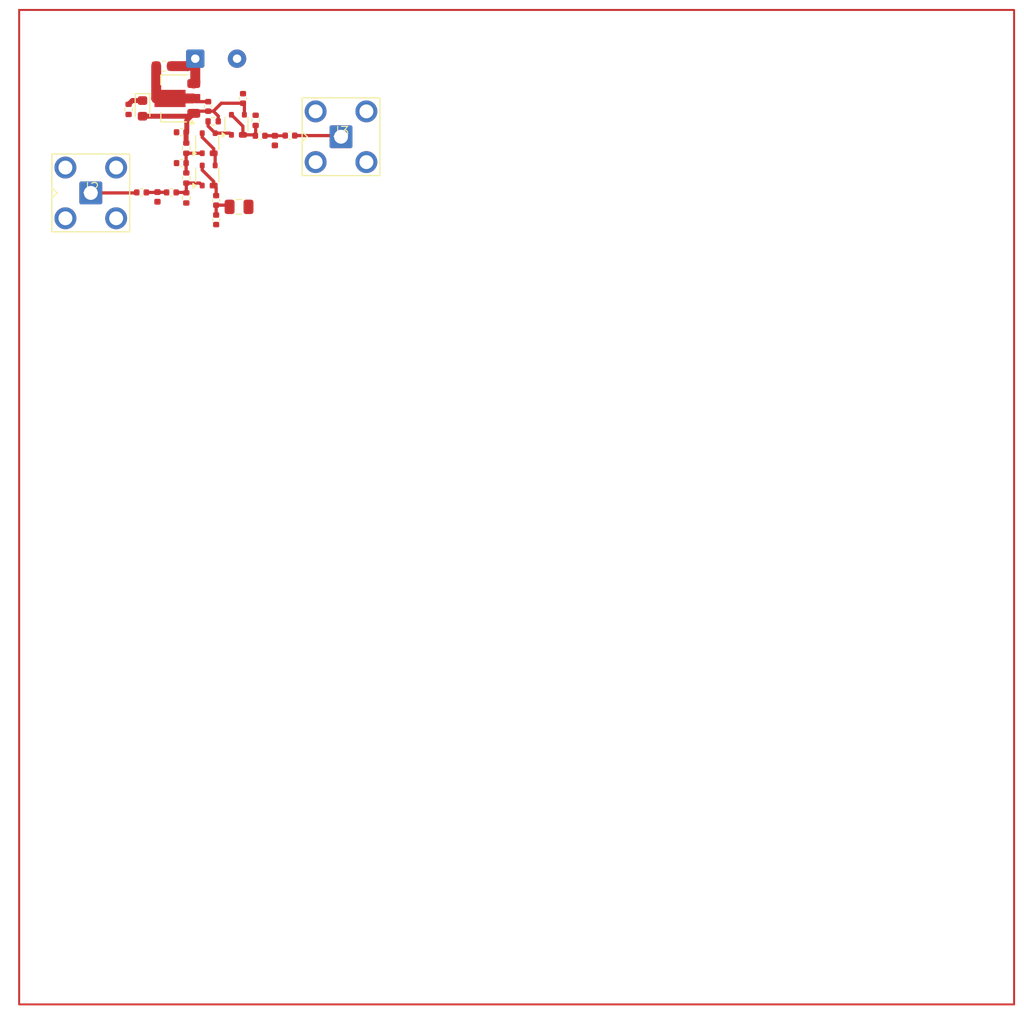
<source format=kicad_pcb>
(kicad_pcb (version 20240108) (generator "pcbnew") (generator_version "8.0")
  (layers (0 "F.Cu" signal) (1 "In1.Cu" signal) (2 "In2.Cu" signal) (31 "B.Cu" signal) (34 "B.Paste" user) (35 "F.Paste" user) (36 "B.SilkS" user "B.Silkscreen") (37 "F.SilkS" user "F.Silkscreen") (38 "B.Mask" user) (39 "F.Mask" user) (44 "Edge.Cuts" user))
  (net 0 "")
  (net 1 "/In_base")
  (net 2 "/In_match")
  (net 3 "/Output")
  (net 4 "+BATT")
  (net 5 "GND")
  (net 6 "/Out_match")
  (net 7 "+5V")
  (net 8 "Net-(C6-Pad1)")
  (net 9 "Net-(D1-K)")
  (net 10 "Net-(U2-C)")
  (net 11 "Net-(U2-B)")
  (net 12 "Net-(U2-E)")
  (net 13 "/Input")
  (net 14 "/Out_emitter")
  (net 15 "Net-(U4-E)")
  (footprint "LED_SMD:LED_0603_1608Metric" (layer "F.Cu") (at 62.4 59.9 -90)
    (property "Reference" "D1" (hide yes))
    (property "Value" "LED_Small")
    (fp_line (start -1.485 0.735) (end 0.8 0.735) (stroke (width 0.12)) (layer "F.SilkS"))
    (fp_line (start -1.485 -0.735) (end -1.485 0.735) (stroke (width 0.12)) (layer "F.SilkS"))
    (fp_line (start 0.8 -0.735) (end -1.485 -0.735) (stroke (width 0.12)) (layer "F.SilkS"))
    (pad "1" smd roundrect (at -0.7875 0 270) (size 0.875 0.95) (layers "F.Cu" "F.Paste" "F.Mask") (net 9 "Net-(D1-K)"))
    (pad "2" smd roundrect (at 0.7875 0 270) (size 0.875 0.95) (layers "F.Cu" "F.Paste" "F.Mask") (net 7 "+5V"))
  )
  (footprint "Inductor_SMD:L_0402_1005Metric" (layer "F.Cu") (at 75.7 63.135 -90)
    (property "Reference" "L2" (hide yes))
    (property "Value" "6.8nH")
    (pad "1" smd roundrect (at -0.485 0 270) (size 0.59 0.64) (layers "F.Cu" "F.Paste" "F.Mask") (net 6 "/Out_match"))
    (pad "2" smd roundrect (at 0.485 0 270) (size 0.59 0.64) (layers "F.Cu" "F.Paste" "F.Mask") (net 5 "GND"))
  )
  (footprint "Capacitor_SMD:C_0805_2012Metric" (layer "F.Cu") (at 72.1 69.8)
    (property "Reference" "C6" (hide yes))
    (property "Value" "2.2nF")
    (fp_line (start -0.261252 -0.735) (end 0.261252 -0.735) (stroke (width 0.12)) (layer "F.SilkS"))
    (fp_line (start -0.261252 0.735) (end 0.261252 0.735) (stroke (width 0.12)) (layer "F.SilkS"))
    (pad "1" smd roundrect (at -0.95 0) (size 1 1.45) (layers "F.Cu" "F.Paste" "F.Mask") (net 8 "Net-(C6-Pad1)"))
    (pad "2" smd roundrect (at 0.95 0) (size 1 1.45) (layers "F.Cu" "F.Paste" "F.Mask") (net 5 "GND"))
  )
  (footprint "Capacitor_SMD:C_0402_1005Metric" (layer "F.Cu") (at 72.5 58.9 90)
    (property "Reference" "C10" (hide yes))
    (property "Value" "100pF")
    (fp_line (start -0.107836 -0.36) (end 0.107836 -0.36) (stroke (width 0.12)) (layer "F.SilkS"))
    (fp_line (start -0.107836 0.36) (end 0.107836 0.36) (stroke (width 0.12)) (layer "F.SilkS"))
    (pad "1" smd roundrect (at -0.48 0 90) (size 0.56 0.62) (layers "F.Cu" "F.Paste" "F.Mask") (net 7 "+5V"))
    (pad "2" smd roundrect (at 0.48 0 90) (size 0.56 0.62) (layers "F.Cu" "F.Paste" "F.Mask") (net 5 "GND"))
  )
  (footprint "Capacitor_SMD:C_0402_1005Metric" (layer "F.Cu") (at 69.8 69.15 -90)
    (property "Reference" "R7" (hide yes))
    (property "Value" "0")
    (fp_line (start -0.107836 0.36) (end 0.107836 0.36) (stroke (width 0.12)) (layer "F.SilkS"))
    (fp_line (start -0.107836 -0.36) (end 0.107836 -0.36) (stroke (width 0.12)) (layer "F.SilkS"))
    (pad "1" smd roundrect (at -0.48 0 270) (size 0.56 0.62) (layers "F.Cu" "F.Paste" "F.Mask") (net 15 "Net-(U4-E)"))
    (pad "2" smd roundrect (at 0.48 0 270) (size 0.56 0.62) (layers "F.Cu" "F.Paste" "F.Mask") (net 8 "Net-(C6-Pad1)"))
  )
  (footprint "Library:BFP640" (layer "F.Cu") (at 69.05 63.4)
    (property "Reference" "U2" (hide yes))
    (property "Value" "BFP640")
    (fp_line (start -1.31 0.66) (end -1.31 -0.75) (stroke (width 0.12)) (layer "F.SilkS"))
    (fp_line (start 1.01 0.65) (end 1.01 -0.75) (stroke (width 0.12)) (layer "F.SilkS"))
    (fp_poly (pts (xy -1.26 1.03) (xy -1.59 1.27) (xy -1.59 0.79) (xy -1.26 1.03)) (stroke (width 0.12)) (fill solid) (layer "F.SilkS"))
    (pad "1" smd roundrect (at -0.65 1.01) (size 0.5 0.58) (layers "F.Cu" "F.Paste" "F.Mask") (net 11 "Net-(U2-B)"))
    (pad "2" smd roundrect (at -0.65 -1.01) (size 0.5 0.58) (layers "F.Cu" "F.Paste" "F.Mask") (net 12 "Net-(U2-E)"))
    (pad "2" smd roundrect (at 0.5 1.01) (size 0.8 0.58) (layers "F.Cu" "F.Paste" "F.Mask") (net 12 "Net-(U2-E)"))
    (pad "3" smd roundrect (at 0.65 -1.01) (size 0.5 0.58) (layers "F.Cu" "F.Paste" "F.Mask") (net 10 "Net-(U2-C)"))
  )
  (footprint "Resistor_SMD:R_0402_1005Metric" (layer "F.Cu") (at 66.8 63.9 -90)
    (property "Reference" "R3" (hide yes))
    (property "Value" "2.2e3")
    (fp_line (start -0.153641 0.38) (end 0.153641 0.38) (stroke (width 0.12)) (layer "F.SilkS"))
    (fp_line (start -0.153641 -0.38) (end 0.153641 -0.38) (stroke (width 0.12)) (layer "F.SilkS"))
    (pad "1" smd roundrect (at -0.51 0 270) (size 0.54 0.64) (layers "F.Cu" "F.Paste" "F.Mask") (net 7 "+5V"))
    (pad "2" smd roundrect (at 0.51 0 270) (size 0.54 0.64) (layers "F.Cu" "F.Paste" "F.Mask") (net 11 "Net-(U2-B)"))
  )
  (footprint "Library:SMA_Amphenol_901-143_Vertical" (layer "F.Cu") (at 82.35 62.75)
    (property "Reference" "J3" (at 0 -0.5 0) (layer "F.SilkS") (effects (font (thickness 0.1))))
    (property "Value" "Conn_Coaxial_Small")
    (fp_line (start -3.885 0.5) (end -3.385 0) (stroke (width 0.12)) (layer "F.SilkS"))
    (fp_line (start -3.385 0) (end -3.885 -0.5) (stroke (width 0.12)) (layer "F.SilkS"))
    (fp_rect (start -3.91 -3.91) (end 3.91 3.91) (stroke (width 0.12)) (fill none) (layer "F.SilkS"))
    (pad "1" thru_hole roundrect (at 0 0) (size 2.3 2.3) (drill 1.4) (layers "*.Cu" "*.Mask") (roundrect_rratio 0.087) (net 3 "/Output"))
    (pad "2" thru_hole circle (at -2.55 -2.55) (size 2.2 2.2) (drill 1.4) (layers "*.Cu" "*.Mask") (net 5 "GND"))
    (pad "2" thru_hole circle (at -2.55 2.55) (size 2.2 2.2) (drill 1.4) (layers "*.Cu" "*.Mask") (net 5 "GND"))
    (pad "2" thru_hole circle (at 2.55 -2.55) (size 2.2 2.2) (drill 1.4) (layers "*.Cu" "*.Mask") (net 5 "GND"))
    (pad "2" thru_hole circle (at 2.55 2.55) (size 2.2 2.2) (drill 1.4) (layers "*.Cu" "*.Mask") (net 5 "GND"))
  )
  (footprint "Capacitor_SMD:C_0402_1005Metric" (layer "F.Cu") (at 74.22 62.65)
    (property "Reference" "C7" (hide yes))
    (property "Value" "3.7pF")
    (fp_line (start -0.107836 -0.36) (end 0.107836 -0.36) (stroke (width 0.12)) (layer "F.SilkS"))
    (fp_line (start -0.107836 0.36) (end 0.107836 0.36) (stroke (width 0.12)) (layer "F.SilkS"))
    (pad "1" smd roundrect (at -0.48 0) (size 0.56 0.62) (layers "F.Cu" "F.Paste" "F.Mask") (net 14 "/Out_emitter"))
    (pad "2" smd roundrect (at 0.48 0) (size 0.56 0.62) (layers "F.Cu" "F.Paste" "F.Mask") (net 6 "/Out_match"))
  )
  (footprint "Resistor_SMD:R_0402_1005Metric" (layer "F.Cu") (at 73.77 61.1 90)
    (property "Reference" "R9" (hide yes))
    (property "Value" "200")
    (fp_line (start -0.153641 -0.38) (end 0.153641 -0.38) (stroke (width 0.12)) (layer "F.SilkS"))
    (fp_line (start -0.153641 0.38) (end 0.153641 0.38) (stroke (width 0.12)) (layer "F.SilkS"))
    (pad "1" smd roundrect (at -0.51 0 90) (size 0.54 0.64) (layers "F.Cu" "F.Paste" "F.Mask") (net 14 "/Out_emitter"))
    (pad "2" smd roundrect (at 0.51 0 90) (size 0.54 0.64) (layers "F.Cu" "F.Paste" "F.Mask") (net 5 "GND"))
  )
  (footprint "Resistor_SMD:R_0402_1005Metric" (layer "F.Cu") (at 66.8 68.9 -90)
    (property "Reference" "R6" (hide yes))
    (property "Value" "1e3")
    (fp_line (start -0.153641 0.38) (end 0.153641 0.38) (stroke (width 0.12)) (layer "F.SilkS"))
    (fp_line (start -0.153641 -0.38) (end 0.153641 -0.38) (stroke (width 0.12)) (layer "F.SilkS"))
    (pad "1" smd roundrect (at -0.51 0 270) (size 0.54 0.64) (layers "F.Cu" "F.Paste" "F.Mask") (net 1 "/In_base"))
    (pad "2" smd roundrect (at 0.51 0 270) (size 0.54 0.64) (layers "F.Cu" "F.Paste" "F.Mask") (net 5 "GND"))
  )
  (footprint "Library:BFP640" (layer "F.Cu") (at 69.05 66.65)
    (property "Reference" "U4" (hide yes))
    (property "Value" "BFP640")
    (fp_line (start -1.31 0.66) (end -1.31 -0.75) (stroke (width 0.12)) (layer "F.SilkS"))
    (fp_line (start 1.01 0.65) (end 1.01 -0.75) (stroke (width 0.12)) (layer "F.SilkS"))
    (fp_poly (pts (xy -1.26 1.03) (xy -1.59 1.27) (xy -1.59 0.79) (xy -1.26 1.03)) (stroke (width 0.12)) (fill solid) (layer "F.SilkS"))
    (pad "1" smd roundrect (at -0.65 1.01) (size 0.5 0.58) (layers "F.Cu" "F.Paste" "F.Mask") (net 1 "/In_base"))
    (pad "2" smd roundrect (at -0.65 -1.01) (size 0.5 0.58) (layers "F.Cu" "F.Paste" "F.Mask") (net 15 "Net-(U4-E)"))
    (pad "2" smd roundrect (at 0.5 1.01) (size 0.8 0.58) (layers "F.Cu" "F.Paste" "F.Mask") (net 15 "Net-(U4-E)"))
    (pad "3" smd roundrect (at 0.65 -1.01) (size 0.5 0.58) (layers "F.Cu" "F.Paste" "F.Mask") (net 12 "Net-(U2-E)"))
  )
  (footprint "Capacitor_SMD:C_0402_1005Metric" (layer "F.Cu") (at 66.3 62.3 180)
    (property "Reference" "C3" (hide yes))
    (property "Value" "100pF")
    (fp_line (start -0.107836 0.36) (end 0.107836 0.36) (stroke (width 0.12)) (layer "F.SilkS"))
    (fp_line (start -0.107836 -0.36) (end 0.107836 -0.36) (stroke (width 0.12)) (layer "F.SilkS"))
    (pad "1" smd roundrect (at -0.48 0 180) (size 0.56 0.62) (layers "F.Cu" "F.Paste" "F.Mask") (net 7 "+5V"))
    (pad "2" smd roundrect (at 0.48 0 180) (size 0.56 0.62) (layers "F.Cu" "F.Paste" "F.Mask") (net 5 "GND"))
  )
  (footprint "Resistor_SMD:R_0402_1005Metric" (layer "F.Cu") (at 61 60 -90)
    (property "Reference" "R1" (hide yes))
    (property "Value" "1e3")
    (fp_line (start -0.153641 0.38) (end 0.153641 0.38) (stroke (width 0.12)) (layer "F.SilkS"))
    (fp_line (start -0.153641 -0.38) (end 0.153641 -0.38) (stroke (width 0.12)) (layer "F.SilkS"))
    (pad "1" smd roundrect (at -0.51 0 270) (size 0.54 0.64) (layers "F.Cu" "F.Paste" "F.Mask") (net 9 "Net-(D1-K)"))
    (pad "2" smd roundrect (at 0.51 0 270) (size 0.54 0.64) (layers "F.Cu" "F.Paste" "F.Mask") (net 5 "GND"))
  )
  (footprint "Capacitor_SMD:C_0603_1608Metric" (layer "F.Cu") (at 64.55 55.65 180)
    (property "Reference" "C1" (hide yes))
    (property "Value" "470nF")
    (fp_line (start -0.14058 0.51) (end 0.14058 0.51) (stroke (width 0.12)) (layer "F.SilkS"))
    (fp_line (start -0.14058 -0.51) (end 0.14058 -0.51) (stroke (width 0.12)) (layer "F.SilkS"))
    (pad "1" smd roundrect (at -0.775 0 180) (size 0.9 0.95) (layers "F.Cu" "F.Paste" "F.Mask") (net 4 "+BATT"))
    (pad "2" smd roundrect (at 0.775 0 180) (size 0.9 0.95) (layers "F.Cu" "F.Paste" "F.Mask") (net 5 "GND"))
  )
  (footprint "Capacitor_SMD:C_0402_1005Metric" (layer "F.Cu") (at 66.3 65.4)
    (property "Reference" "C9" (hide yes))
    (property "Value" "100pF")
    (fp_line (start -0.107836 -0.36) (end 0.107836 -0.36) (stroke (width 0.12)) (layer "F.SilkS"))
    (fp_line (start -0.107836 0.36) (end 0.107836 0.36) (stroke (width 0.12)) (layer "F.SilkS"))
    (pad "1" smd roundrect (at -0.48 0) (size 0.56 0.62) (layers "F.Cu" "F.Paste" "F.Mask") (net 5 "GND"))
    (pad "2" smd roundrect (at 0.48 0) (size 0.56 0.62) (layers "F.Cu" "F.Paste" "F.Mask") (net 11 "Net-(U2-B)"))
  )
  (footprint "Capacitor_SMD:C_0402_1005Metric" (layer "F.Cu") (at 77.22 62.635)
    (property "Reference" "C8" (hide yes))
    (property "Value" "1.2pF")
    (fp_line (start -0.107836 -0.36) (end 0.107836 -0.36) (stroke (width 0.12)) (layer "F.SilkS"))
    (fp_line (start -0.107836 0.36) (end 0.107836 0.36) (stroke (width 0.12)) (layer "F.SilkS"))
    (pad "1" smd roundrect (at -0.48 0) (size 0.56 0.62) (layers "F.Cu" "F.Paste" "F.Mask") (net 6 "/Out_match"))
    (pad "2" smd roundrect (at 0.48 0) (size 0.56 0.62) (layers "F.Cu" "F.Paste" "F.Mask") (net 3 "/Output"))
  )
  (footprint "Library:BFP640" (layer "F.Cu") (at 71.9875 61.55)
    (property "Reference" "U3" (hide yes))
    (property "Value" "BFP640")
    (fp_line (start -1.31 0.66) (end -1.31 -0.75) (stroke (width 0.12)) (layer "F.SilkS"))
    (fp_line (start 1.01 0.65) (end 1.01 -0.75) (stroke (width 0.12)) (layer "F.SilkS"))
    (fp_poly (pts (xy -1.26 1.03) (xy -1.59 1.27) (xy -1.59 0.79) (xy -1.26 1.03)) (stroke (width 0.12)) (fill solid) (layer "F.SilkS"))
    (pad "1" smd roundrect (at -0.65 1.01) (size 0.5 0.58) (layers "F.Cu" "F.Paste" "F.Mask") (net 10 "Net-(U2-C)"))
    (pad "2" smd roundrect (at -0.65 -1.01) (size 0.5 0.58) (layers "F.Cu" "F.Paste" "F.Mask") (net 14 "/Out_emitter"))
    (pad "2" smd roundrect (at 0.5 1.01) (size 0.8 0.58) (layers "F.Cu" "F.Paste" "F.Mask") (net 14 "/Out_emitter"))
    (pad "3" smd roundrect (at 0.65 -1.01) (size 0.5 0.58) (layers "F.Cu" "F.Paste" "F.Mask") (net 7 "+5V"))
  )
  (footprint "Library:SMA_Amphenol_901-143_Vertical" (layer "F.Cu") (at 57.2 68.4)
    (property "Reference" "J2" (at 0 -0.5 0) (layer "F.SilkS") (effects (font (thickness 0.1))))
    (property "Value" "Conn_Coaxial_Small")
    (fp_line (start -3.885 0.5) (end -3.385 0) (stroke (width 0.12)) (layer "F.SilkS"))
    (fp_line (start -3.385 0) (end -3.885 -0.5) (stroke (width 0.12)) (layer "F.SilkS"))
    (fp_rect (start -3.91 -3.91) (end 3.91 3.91) (stroke (width 0.12)) (fill none) (layer "F.SilkS"))
    (pad "1" thru_hole roundrect (at 0 0) (size 2.3 2.3) (drill 1.4) (layers "*.Cu" "*.Mask") (roundrect_rratio 0.087) (net 13 "/Input"))
    (pad "2" thru_hole circle (at -2.55 -2.55) (size 2.2 2.2) (drill 1.4) (layers "*.Cu" "*.Mask") (net 5 "GND"))
    (pad "2" thru_hole circle (at -2.55 2.55) (size 2.2 2.2) (drill 1.4) (layers "*.Cu" "*.Mask") (net 5 "GND"))
    (pad "2" thru_hole circle (at 2.55 -2.55) (size 2.2 2.2) (drill 1.4) (layers "*.Cu" "*.Mask") (net 5 "GND"))
    (pad "2" thru_hole circle (at 2.55 2.55) (size 2.2 2.2) (drill 1.4) (layers "*.Cu" "*.Mask") (net 5 "GND"))
  )
  (footprint "Capacitor_SMD:C_0402_1005Metric" (layer "F.Cu") (at 69.8 71.1 -90)
    (property "Reference" "R8" (hide yes))
    (property "Value" "47")
    (fp_line (start -0.107836 0.36) (end 0.107836 0.36) (stroke (width 0.12)) (layer "F.SilkS"))
    (fp_line (start -0.107836 -0.36) (end 0.107836 -0.36) (stroke (width 0.12)) (layer "F.SilkS"))
    (pad "1" smd roundrect (at -0.48 0 270) (size 0.56 0.62) (layers "F.Cu" "F.Paste" "F.Mask") (net 8 "Net-(C6-Pad1)"))
    (pad "2" smd roundrect (at 0.48 0 270) (size 0.56 0.62) (layers "F.Cu" "F.Paste" "F.Mask") (net 5 "GND"))
  )
  (footprint "Connector_Wire:SolderWire-0.25sqmm_1x02_P4.2mm_D0.65mm_OD1.7mm" (layer "F.Cu") (at 67.7 54.9)
    (property "Reference" "J1" (hide yes))
    (property "Value" "Conn_01x02_Pin")
    (pad "1" thru_hole roundrect (at 0 0) (size 1.85 1.85) (drill 0.85) (layers "*.Cu" "*.Mask") (roundrect_rratio 0.135135) (net 4 "+BATT"))
    (pad "2" thru_hole circle (at 4.2 0) (size 1.85 1.85) (drill 0.85) (layers "*.Cu" "*.Mask") (net 5 "GND"))
  )
  (footprint "Inductor_SMD:L_0402_1005Metric" (layer "F.Cu") (at 63.9 68.8 -90)
    (property "Reference" "L1" (hide yes))
    (property "Value" "18nH")
    (pad "1" smd roundrect (at -0.485 0 270) (size 0.59 0.64) (layers "F.Cu" "F.Paste" "F.Mask") (net 2 "/In_match"))
    (pad "2" smd roundrect (at 0.485 0 270) (size 0.59 0.64) (layers "F.Cu" "F.Paste" "F.Mask") (net 5 "GND"))
  )
  (footprint "Capacitor_SMD:C_0402_1005Metric" (layer "F.Cu") (at 69 59.7 90)
    (property "Reference" "C2" (hide yes))
    (property "Value" "100nF")
    (fp_line (start -0.107836 -0.36) (end 0.107836 -0.36) (stroke (width 0.12)) (layer "F.SilkS"))
    (fp_line (start -0.107836 0.36) (end 0.107836 0.36) (stroke (width 0.12)) (layer "F.SilkS"))
    (pad "1" smd roundrect (at -0.48 0 90) (size 0.56 0.62) (layers "F.Cu" "F.Paste" "F.Mask") (net 7 "+5V"))
    (pad "2" smd roundrect (at 0.48 0 90) (size 0.56 0.62) (layers "F.Cu" "F.Paste" "F.Mask") (net 5 "GND"))
  )
  (footprint "Package_TO_SOT_SMD:SOT-89-3" (layer "F.Cu") (at 65.6 58.9 180)
    (property "Reference" "U1" (hide yes))
    (property "Value" "L78L05_SOT89")
    (fp_line (start 1.36 2.36) (end -1.36 2.36) (stroke (width 0.12)) (layer "F.SilkS"))
    (fp_line (start 1.36 1.38) (end 1.36 2.36) (stroke (width 0.12)) (layer "F.SilkS"))
    (fp_line (start 1.36 -1.38) (end 1.36 -2.36) (stroke (width 0.12)) (layer "F.SilkS"))
    (fp_line (start -1.22 -2.36) (end 1.36 -2.36) (stroke (width 0.12)) (layer "F.SilkS"))
    (fp_poly (pts (xy -1.77 -2.21) (xy -2.01 -2.54) (xy -1.53 -2.54) (xy -1.77 -2.21)) (stroke (width 0.12)) (fill solid) (layer "F.SilkS"))
    (pad "1" smd roundrect (at -1.95 -1.5 180) (size 1.3 0.9) (layers "F.Cu" "F.Paste" "F.Mask") (net 7 "+5V"))
    (pad "2" smd custom (at -1.8625 0 180) (size 1.475 0.9) (layers "F.Cu" "F.Paste" "F.Mask") (net 5 "GND") (options (clearance outline) (anchor rect)) (primitives (gr_poly (pts (xy 3.8625 0.8665) (xy 0.7375 0.8665) (xy 0.7375 -0.8665) (xy 3.8625 -0.8665)) (width 0) (fill yes))))
    (pad "3" smd roundrect (at -1.95 1.5 180) (size 1.3 0.9) (layers "F.Cu" "F.Paste" "F.Mask") (net 4 "+BATT"))
  )
  (footprint "Capacitor_SMD:C_0402_1005Metric" (layer "F.Cu") (at 65.3 68.35)
    (property "Reference" "C5" (hide yes))
    (property "Value" "3.7pF")
    (fp_line (start -0.107836 -0.36) (end 0.107836 -0.36) (stroke (width 0.12)) (layer "F.SilkS"))
    (fp_line (start -0.107836 0.36) (end 0.107836 0.36) (stroke (width 0.12)) (layer "F.SilkS"))
    (pad "1" smd roundrect (at -0.48 0) (size 0.56 0.62) (layers "F.Cu" "F.Paste" "F.Mask") (net 2 "/In_match"))
    (pad "2" smd roundrect (at 0.48 0) (size 0.56 0.62) (layers "F.Cu" "F.Paste" "F.Mask") (net 1 "/In_base"))
  )
  (footprint "Capacitor_SMD:C_0402_1005Metric" (layer "F.Cu") (at 62.3 68.35)
    (property "Reference" "C4" (hide yes))
    (property "Value" "1.2pF")
    (fp_line (start -0.107836 -0.36) (end 0.107836 -0.36) (stroke (width 0.12)) (layer "F.SilkS"))
    (fp_line (start -0.107836 0.36) (end 0.107836 0.36) (stroke (width 0.12)) (layer "F.SilkS"))
    (pad "1" smd roundrect (at -0.48 0) (size 0.56 0.62) (layers "F.Cu" "F.Paste" "F.Mask") (net 13 "/Input"))
    (pad "2" smd roundrect (at 0.48 0) (size 0.56 0.62) (layers "F.Cu" "F.Paste" "F.Mask") (net 2 "/In_match"))
  )
  (footprint "Resistor_SMD:R_0402_1005Metric" (layer "F.Cu") (at 66.8 66.9 -90)
    (property "Reference" "R5" (hide yes))
    (property "Value" "1e3")
    (fp_line (start -0.153641 0.38) (end 0.153641 0.38) (stroke (width 0.12)) (layer "F.SilkS"))
    (fp_line (start -0.153641 -0.38) (end 0.153641 -0.38) (stroke (width 0.12)) (layer "F.SilkS"))
    (pad "1" smd roundrect (at -0.51 0 270) (size 0.54 0.64) (layers "F.Cu" "F.Paste" "F.Mask") (net 11 "Net-(U2-B)"))
    (pad "2" smd roundrect (at 0.51 0 270) (size 0.54 0.64) (layers "F.Cu" "F.Paste" "F.Mask") (net 1 "/In_base"))
  )
  (footprint "Resistor_SMD:R_0402_1005Metric" (layer "F.Cu") (at 69.5 61.2 180)
    (property "Reference" "R4" (hide yes))
    (property "Value" "200")
    (fp_line (start -0.153641 0.38) (end 0.153641 0.38) (stroke (width 0.12)) (layer "F.SilkS"))
    (fp_line (start -0.153641 -0.38) (end 0.153641 -0.38) (stroke (width 0.12)) (layer "F.SilkS"))
    (pad "1" smd roundrect (at -0.51 0 180) (size 0.54 0.64) (layers "F.Cu" "F.Paste" "F.Mask") (net 7 "+5V"))
    (pad "2" smd roundrect (at 0.51 0 180) (size 0.54 0.64) (layers "F.Cu" "F.Paste" "F.Mask") (net 10 "Net-(U2-C)"))
  )
  (gr_rect (start 50 50) (end 150 150) (stroke (width 0.2)) (fill none) (layer "F.Cu"))
  (segment (start 65.79 68.34) (end 65.78 68.35) (width 0.294) (layer "F.Cu") (net 1))
  (segment (start 66.8 67.41) (end 68.15 67.41) (width 0.3244) (layer "F.Cu") (net 1))
  (segment (start 68.15 67.41) (end 68.4 67.66) (width 0.3244) (layer "F.Cu") (net 1))
  (segment (start 66.8 67.41) (end 66.8 68.39) (width 0.3244) (layer "F.Cu") (net 1))
  (segment (start 65.78 68.35) (end 66.76 68.35) (width 0.3244) (layer "F.Cu") (net 1))
  (segment (start 66.76 68.35) (end 66.8 68.39) (width 0.294) (layer "F.Cu") (net 1))
  (segment (start 63.8 68.335) (end 64.805 68.335) (width 0.3244) (layer "F.Cu") (net 2))
  (segment (start 63.785 68.35) (end 63.8 68.335) (width 0.3244) (layer "F.Cu") (net 2))
  (segment (start 62.78 68.35) (end 63.785 68.35) (width 0.3244) (layer "F.Cu") (net 2))
  (segment (start 64.805 68.335) (end 64.82 68.35) (width 0.294) (layer "F.Cu") (net 2))
  (segment (start 63.815 68.35) (end 63.8 68.335) (width 0.294) (layer "F.Cu") (net 2))
  (segment (start 82.235 62.635) (end 82.35 62.75) (width 0.3244) (layer "F.Cu") (net 3))
  (segment (start 77.7 62.635) (end 82.235 62.635) (width 0.3244) (layer "F.Cu") (net 3))
  (segment (start 66.95 55.65) (end 67.7 54.9) (width 1) (layer "F.Cu") (net 4))
  (segment (start 65.325 55.65) (end 66.95 55.65) (width 1) (layer "F.Cu") (net 4))
  (segment (start 67.7 54.9) (end 67.7 57.25) (width 1) (layer "F.Cu") (net 4))
  (segment (start 67.7 57.25) (end 67.55 57.4) (width 1) (layer "F.Cu") (net 4))
  (segment (start 67.7825 59.22) (end 67.4625 58.9) (width 0.3244) (layer "F.Cu") (net 5))
  (segment (start 65.765 65.4) (end 65.8 65.4) (width 0.2) (layer "F.Cu") (net 5))
  (segment (start 65.82 62.15) (end 65.8 62.17) (width 0.2) (layer "F.Cu") (net 5))
  (segment (start 63.775 58.9) (end 67.4625 58.9) (width 1) (layer "F.Cu") (net 5))
  (segment (start 69 59.22) (end 67.7825 59.22) (width 0.3244) (layer "F.Cu") (net 5))
  (segment (start 67.2184 58.9) (end 67.4625 58.9) (width 0.2) (layer "F.Cu") (net 5))
  (segment (start 63.775 55.65) (end 63.775 58.9) (width 1) (layer "F.Cu") (net 5))
  (segment (start 75.7 62.65) (end 76.725 62.65) (width 0.294) (layer "F.Cu") (net 6))
  (segment (start 74.7 62.65) (end 75.7 62.65) (width 0.3244) (layer "F.Cu") (net 6))
  (segment (start 75.715 62.635) (end 75.7 62.65) (width 0.294) (layer "F.Cu") (net 6))
  (segment (start 76.725 62.65) (end 76.74 62.635) (width 0.294) (layer "F.Cu") (net 6))
  (segment (start 69 60.18) (end 69.52 60.18) (width 0.3244) (layer "F.Cu") (net 7))
  (segment (start 69.52 60.18) (end 70.01 60.67) (width 0.3244) (layer "F.Cu") (net 7))
  (segment (start 66.85 61.1) (end 66.85 62.3) (width 0.5) (layer "F.Cu") (net 7))
  (segment (start 66.88 63.31) (end 66.8 63.39) (width 0.3244) (layer "F.Cu") (net 7))
  (segment (start 70.32 59.38) (end 72.5 59.38) (width 0.3244) (layer "F.Cu") (net 7))
  (segment (start 66.78 62.3) (end 66.78 63.37) (width 0.5) (layer "F.Cu") (net 7))
  (segment (start 67.77 60.18) (end 69 60.18) (width 0.3244) (layer "F.Cu") (net 7))
  (segment (start 66.78 62.3025) (end 66.78 62.2262) (width 0.294) (layer "F.Cu") (net 7))
  (segment (start 70.01 60.67) (end 70.01 61.2) (width 0.3244) (layer "F.Cu") (net 7))
  (segment (start 62.4 60.6875) (end 67.2625 60.6875) (width 0.5) (layer "F.Cu") (net 7))
  (segment (start 72.6375 59.4425) (end 72.6375 60.54) (width 0.3244) (layer "F.Cu") (net 7))
  (segment (start 66.78 62.2262) (end 66.78 62.1881) (width 0.294) (layer "F.Cu") (net 7))
  (segment (start 67.55 60.4) (end 66.85 61.1) (width 0.5) (layer "F.Cu") (net 7))
  (segment (start 66.78 62.1881) (end 66.78 62.15) (width 0.294) (layer "F.Cu") (net 7))
  (segment (start 69.52 60.18) (end 70.32 59.38) (width 0.3244) (layer "F.Cu") (net 7))
  (segment (start 67.2625 60.6875) (end 67.55 60.4) (width 0.5) (layer "F.Cu") (net 7))
  (segment (start 66.78 63.37) (end 66.8 63.39) (width 0.5) (layer "F.Cu") (net 7))
  (segment (start 70.98 69.63) (end 69.8 69.63) (width 0.3244) (layer "F.Cu") (net 8))
  (segment (start 71.15 69.8) (end 70.98 69.63) (width 0.3244) (layer "F.Cu") (net 8))
  (segment (start 69.78 69.65) (end 69.8 69.63) (width 0.2) (layer "F.Cu") (net 8))
  (segment (start 69.8 70.62) (end 69.8 69.63) (width 0.3244) (layer "F.Cu") (net 8))
  (segment (start 61.3775 59.1125) (end 61 59.49) (width 0.5) (layer "F.Cu") (net 9))
  (segment (start 62.4 59.1125) (end 61.3775 59.1125) (width 0.5) (layer "F.Cu") (net 9))
  (segment (start 68.99 61.68) (end 69.7 62.39) (width 0.3244) (layer "F.Cu") (net 10))
  (segment (start 68.99 61.2) (end 68.99 61.68) (width 0.3244) (layer "F.Cu") (net 10))
  (segment (start 69.7 62.39) (end 71.1675 62.39) (width 0.3244) (layer "F.Cu") (net 10))
  (segment (start 71.1675 62.39) (end 71.3375 62.56) (width 0.3244) (layer "F.Cu") (net 10))
  (segment (start 66.78 66.37) (end 66.8 66.39) (width 0.3244) (layer "F.Cu") (net 11))
  (segment (start 66.78 65.4) (end 66.78 64.43) (width 0.3244) (layer "F.Cu") (net 11))
  (segment (start 66.78 64.43) (end 66.8 64.41) (width 0.3244) (layer "F.Cu") (net 11))
  (segment (start 66.78 65.4) (end 66.78 66.37) (width 0.3244) (layer "F.Cu") (net 11))
  (segment (start 68.4 64.41) (end 66.8 64.41) (width 0.3244) (layer "F.Cu") (net 11))
  (segment (start 66.8 64.41) (end 66.76 64.45) (width 0.2) (layer "F.Cu") (net 11))
  (segment (start 66.8 66.39) (end 66.76 66.35) (width 0.2) (layer "F.Cu") (net 11))
  (segment (start 69.55 63.95) (end 69.55 64.41) (width 0.3244) (layer "F.Cu") (net 12))
  (segment (start 69.55 64.41) (end 69.7 64.56) (width 0.3244) (layer "F.Cu") (net 12))
  (segment (start 69.7 64.56) (end 69.7 65.64) (width 0.3244) (layer "F.Cu") (net 12))
  (segment (start 68.4 62.8) (end 69.55 63.95) (width 0.3244) (layer "F.Cu") (net 12))
  (segment (start 68.4 62.39) (end 68.4 62.8) (width 0.3244) (layer "F.Cu") (net 12))
  (segment (start 57.2 68.4) (end 61.77 68.4) (width 0.3244) (layer "F.Cu") (net 13))
  (segment (start 61.77 68.4) (end 61.82 68.35) (width 0.3244) (layer "F.Cu") (net 13))
  (segment (start 73.65 62.56) (end 73.74 62.65) (width 0.3244) (layer "F.Cu") (net 14))
  (segment (start 73.77 62.62) (end 73.74 62.65) (width 0.3244) (layer "F.Cu") (net 14))
  (segment (start 71.3375 60.54) (end 72.4875 61.69) (width 0.3244) (layer "F.Cu") (net 14))
  (segment (start 73.77 61.61) (end 73.77 62.62) (width 0.3244) (layer "F.Cu") (net 14))
  (segment (start 72.4875 61.69) (end 72.4875 62.56) (width 0.3244) (layer "F.Cu") (net 14))
  (segment (start 72.4875 62.56) (end 73.65 62.56) (width 0.3244) (layer "F.Cu") (net 14))
  (segment (start 68.4 66.1) (end 69.55 67.25) (width 0.3244) (layer "F.Cu") (net 15))
  (segment (start 69.8 68.67) (end 69.8 67.91) (width 0.3244) (layer "F.Cu") (net 15))
  (segment (start 68.4 65.64) (end 68.4 66.1) (width 0.3244) (layer "F.Cu") (net 15))
  (segment (start 69.8 67.91) (end 69.55 67.66) (width 0.3244) (layer "F.Cu") (net 15))
  (segment (start 69.55 67.25) (end 69.55 67.66) (width 0.3244) (layer "F.Cu") (net 15))
)
</source>
